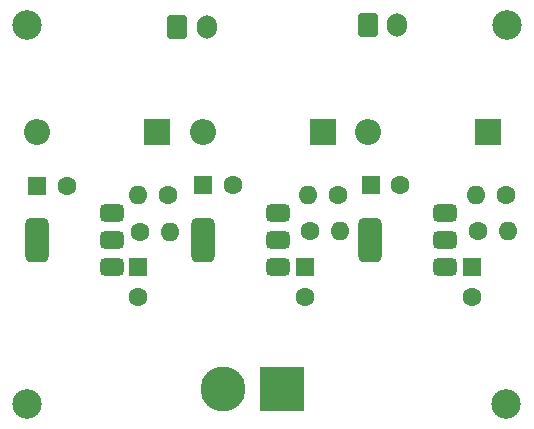
<source format=gbr>
%TF.GenerationSoftware,KiCad,Pcbnew,8.0.4*%
%TF.CreationDate,2024-09-01T23:45:10+09:00*%
%TF.ProjectId,servo_supply,73657276-6f5f-4737-9570-706c792e6b69,rev?*%
%TF.SameCoordinates,Original*%
%TF.FileFunction,Soldermask,Bot*%
%TF.FilePolarity,Negative*%
%FSLAX46Y46*%
G04 Gerber Fmt 4.6, Leading zero omitted, Abs format (unit mm)*
G04 Created by KiCad (PCBNEW 8.0.4) date 2024-09-01 23:45:10*
%MOMM*%
%LPD*%
G01*
G04 APERTURE LIST*
G04 Aperture macros list*
%AMRoundRect*
0 Rectangle with rounded corners*
0 $1 Rounding radius*
0 $2 $3 $4 $5 $6 $7 $8 $9 X,Y pos of 4 corners*
0 Add a 4 corners polygon primitive as box body*
4,1,4,$2,$3,$4,$5,$6,$7,$8,$9,$2,$3,0*
0 Add four circle primitives for the rounded corners*
1,1,$1+$1,$2,$3*
1,1,$1+$1,$4,$5*
1,1,$1+$1,$6,$7*
1,1,$1+$1,$8,$9*
0 Add four rect primitives between the rounded corners*
20,1,$1+$1,$2,$3,$4,$5,0*
20,1,$1+$1,$4,$5,$6,$7,0*
20,1,$1+$1,$6,$7,$8,$9,0*
20,1,$1+$1,$8,$9,$2,$3,0*%
G04 Aperture macros list end*
%ADD10C,1.600000*%
%ADD11O,1.600000X1.600000*%
%ADD12R,1.600000X1.600000*%
%ADD13R,2.200000X2.200000*%
%ADD14O,2.200000X2.200000*%
%ADD15C,2.500000*%
%ADD16RoundRect,0.250000X-0.600000X-0.750000X0.600000X-0.750000X0.600000X0.750000X-0.600000X0.750000X0*%
%ADD17O,1.700000X2.000000*%
%ADD18RoundRect,0.375000X0.625000X0.375000X-0.625000X0.375000X-0.625000X-0.375000X0.625000X-0.375000X0*%
%ADD19RoundRect,0.500000X0.500000X1.400000X-0.500000X1.400000X-0.500000X-1.400000X0.500000X-1.400000X0*%
%ADD20R,3.800000X3.800000*%
%ADD21C,3.800000*%
G04 APERTURE END LIST*
D10*
%TO.C,R6*%
X152165000Y-89408000D03*
D11*
X149625000Y-89408000D03*
%TD*%
D12*
%TO.C,C2*%
X155174887Y-88560000D03*
D10*
X157674887Y-88560000D03*
%TD*%
%TO.C,R5*%
X166624000Y-89408000D03*
D11*
X164084000Y-89408000D03*
%TD*%
D13*
%TO.C,D3*%
X151300000Y-84080000D03*
D14*
X141140000Y-84080000D03*
%TD*%
D15*
%TO.C,REF\u002A\u002A*%
X140300000Y-107100000D03*
%TD*%
%TO.C,REF\u002A\u002A*%
X180900000Y-75000000D03*
%TD*%
D10*
%TO.C,R4*%
X180848000Y-89370000D03*
D11*
X178308000Y-89370000D03*
%TD*%
D12*
%TO.C,C4*%
X169344888Y-88560000D03*
D10*
X171844888Y-88560000D03*
%TD*%
D15*
%TO.C,REF\u002A\u002A*%
X140300000Y-75000000D03*
%TD*%
D16*
%TO.C,J2*%
X152980000Y-75180000D03*
D17*
X155480000Y-75180000D03*
%TD*%
D15*
%TO.C,REF\u002A\u002A*%
X180800000Y-107100000D03*
%TD*%
D12*
%TO.C,C1*%
X177920000Y-95540000D03*
D10*
X177920000Y-98040000D03*
%TD*%
D12*
%TO.C,C3*%
X163800000Y-95524888D03*
D10*
X163800000Y-98024888D03*
%TD*%
D12*
%TO.C,C5*%
X149640000Y-95524888D03*
D10*
X149640000Y-98024888D03*
%TD*%
D13*
%TO.C,D1*%
X179324000Y-84074000D03*
D14*
X169164000Y-84074000D03*
%TD*%
D10*
%TO.C,R3*%
X149860000Y-92510000D03*
D11*
X152400000Y-92510000D03*
%TD*%
D10*
%TO.C,R2*%
X164215000Y-92450000D03*
D11*
X166755000Y-92450000D03*
%TD*%
D13*
%TO.C,D2*%
X165310000Y-84060000D03*
D14*
X155150000Y-84060000D03*
%TD*%
D10*
%TO.C,R1*%
X178415000Y-92420000D03*
D11*
X180955000Y-92420000D03*
%TD*%
D12*
%TO.C,C6*%
X141120000Y-88630000D03*
D10*
X143620000Y-88630000D03*
%TD*%
D16*
%TO.C,J3*%
X169100000Y-75030000D03*
D17*
X171600000Y-75030000D03*
%TD*%
D18*
%TO.C,U1*%
X175616000Y-90918000D03*
X175616000Y-93218000D03*
D19*
X169316000Y-93218000D03*
D18*
X175616000Y-95518000D03*
%TD*%
%TO.C,U2*%
X161494000Y-90918000D03*
X161494000Y-93218000D03*
D19*
X155194000Y-93218000D03*
D18*
X161494000Y-95518000D03*
%TD*%
D20*
%TO.C,J1*%
X161840000Y-105830000D03*
D21*
X156840000Y-105830000D03*
%TD*%
D18*
%TO.C,U3*%
X147422000Y-90918000D03*
X147422000Y-93218000D03*
D19*
X141122000Y-93218000D03*
D18*
X147422000Y-95518000D03*
%TD*%
M02*

</source>
